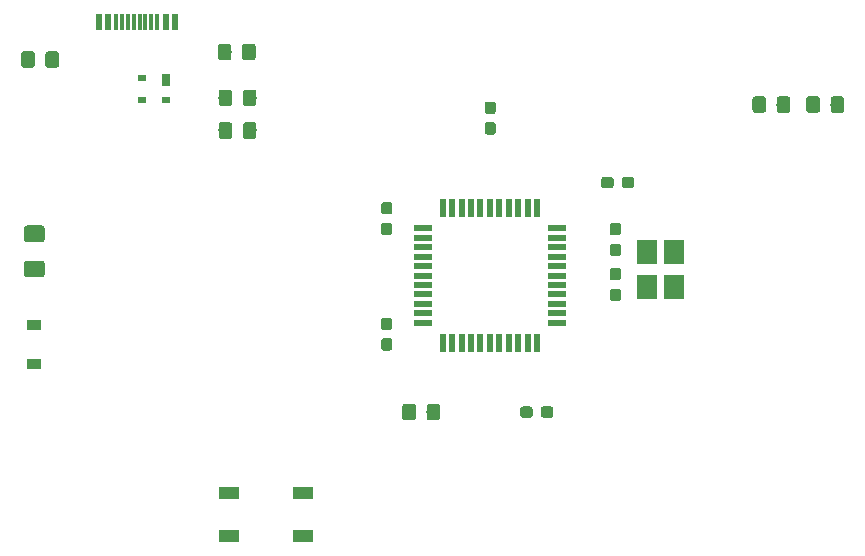
<source format=gbp>
G04 #@! TF.GenerationSoftware,KiCad,Pcbnew,(5.1.0)-1*
G04 #@! TF.CreationDate,2019-07-26T12:40:46+09:00*
G04 #@! TF.ProjectId,ChocIn60,43686f63-496e-4363-902e-6b696361645f,rev?*
G04 #@! TF.SameCoordinates,Original*
G04 #@! TF.FileFunction,Paste,Bot*
G04 #@! TF.FilePolarity,Positive*
%FSLAX46Y46*%
G04 Gerber Fmt 4.6, Leading zero omitted, Abs format (unit mm)*
G04 Created by KiCad (PCBNEW (5.1.0)-1) date 2019-07-26 12:40:46*
%MOMM*%
%LPD*%
G04 APERTURE LIST*
%ADD10R,0.550000X1.450000*%
%ADD11R,0.300000X1.450000*%
%ADD12C,0.100000*%
%ADD13C,1.150000*%
%ADD14R,1.800000X2.100000*%
%ADD15R,0.700000X1.000000*%
%ADD16R,0.700000X0.600000*%
%ADD17R,1.500000X0.550000*%
%ADD18R,0.550000X1.500000*%
%ADD19R,1.800000X1.100000*%
%ADD20C,1.425000*%
%ADD21R,1.200000X0.900000*%
%ADD22C,0.950000*%
G04 APERTURE END LIST*
D10*
X61425000Y-56495000D03*
X54975000Y-56495000D03*
X60650000Y-56495000D03*
X55750000Y-56495000D03*
D11*
X56450000Y-56495000D03*
X59950000Y-56495000D03*
X56950000Y-56495000D03*
X59450000Y-56495000D03*
X57450000Y-56495000D03*
X58950000Y-56495000D03*
X58450000Y-56495000D03*
X57950000Y-56495000D03*
D12*
G36*
X66069505Y-62229704D02*
G01*
X66093773Y-62233304D01*
X66117572Y-62239265D01*
X66140671Y-62247530D01*
X66162850Y-62258020D01*
X66183893Y-62270632D01*
X66203599Y-62285247D01*
X66221777Y-62301723D01*
X66238253Y-62319901D01*
X66252868Y-62339607D01*
X66265480Y-62360650D01*
X66275970Y-62382829D01*
X66284235Y-62405928D01*
X66290196Y-62429727D01*
X66293796Y-62453995D01*
X66295000Y-62478499D01*
X66295000Y-63378501D01*
X66293796Y-63403005D01*
X66290196Y-63427273D01*
X66284235Y-63451072D01*
X66275970Y-63474171D01*
X66265480Y-63496350D01*
X66252868Y-63517393D01*
X66238253Y-63537099D01*
X66221777Y-63555277D01*
X66203599Y-63571753D01*
X66183893Y-63586368D01*
X66162850Y-63598980D01*
X66140671Y-63609470D01*
X66117572Y-63617735D01*
X66093773Y-63623696D01*
X66069505Y-63627296D01*
X66045001Y-63628500D01*
X65394999Y-63628500D01*
X65370495Y-63627296D01*
X65346227Y-63623696D01*
X65322428Y-63617735D01*
X65299329Y-63609470D01*
X65277150Y-63598980D01*
X65256107Y-63586368D01*
X65236401Y-63571753D01*
X65218223Y-63555277D01*
X65201747Y-63537099D01*
X65187132Y-63517393D01*
X65174520Y-63496350D01*
X65164030Y-63474171D01*
X65155765Y-63451072D01*
X65149804Y-63427273D01*
X65146204Y-63403005D01*
X65145000Y-63378501D01*
X65145000Y-62478499D01*
X65146204Y-62453995D01*
X65149804Y-62429727D01*
X65155765Y-62405928D01*
X65164030Y-62382829D01*
X65174520Y-62360650D01*
X65187132Y-62339607D01*
X65201747Y-62319901D01*
X65218223Y-62301723D01*
X65236401Y-62285247D01*
X65256107Y-62270632D01*
X65277150Y-62258020D01*
X65299329Y-62247530D01*
X65322428Y-62239265D01*
X65346227Y-62233304D01*
X65370495Y-62229704D01*
X65394999Y-62228500D01*
X66045001Y-62228500D01*
X66069505Y-62229704D01*
X66069505Y-62229704D01*
G37*
D13*
X65720000Y-62928500D03*
D12*
G36*
X68119505Y-62229704D02*
G01*
X68143773Y-62233304D01*
X68167572Y-62239265D01*
X68190671Y-62247530D01*
X68212850Y-62258020D01*
X68233893Y-62270632D01*
X68253599Y-62285247D01*
X68271777Y-62301723D01*
X68288253Y-62319901D01*
X68302868Y-62339607D01*
X68315480Y-62360650D01*
X68325970Y-62382829D01*
X68334235Y-62405928D01*
X68340196Y-62429727D01*
X68343796Y-62453995D01*
X68345000Y-62478499D01*
X68345000Y-63378501D01*
X68343796Y-63403005D01*
X68340196Y-63427273D01*
X68334235Y-63451072D01*
X68325970Y-63474171D01*
X68315480Y-63496350D01*
X68302868Y-63517393D01*
X68288253Y-63537099D01*
X68271777Y-63555277D01*
X68253599Y-63571753D01*
X68233893Y-63586368D01*
X68212850Y-63598980D01*
X68190671Y-63609470D01*
X68167572Y-63617735D01*
X68143773Y-63623696D01*
X68119505Y-63627296D01*
X68095001Y-63628500D01*
X67444999Y-63628500D01*
X67420495Y-63627296D01*
X67396227Y-63623696D01*
X67372428Y-63617735D01*
X67349329Y-63609470D01*
X67327150Y-63598980D01*
X67306107Y-63586368D01*
X67286401Y-63571753D01*
X67268223Y-63555277D01*
X67251747Y-63537099D01*
X67237132Y-63517393D01*
X67224520Y-63496350D01*
X67214030Y-63474171D01*
X67205765Y-63451072D01*
X67199804Y-63427273D01*
X67196204Y-63403005D01*
X67195000Y-63378501D01*
X67195000Y-62478499D01*
X67196204Y-62453995D01*
X67199804Y-62429727D01*
X67205765Y-62405928D01*
X67214030Y-62382829D01*
X67224520Y-62360650D01*
X67237132Y-62339607D01*
X67251747Y-62319901D01*
X67268223Y-62301723D01*
X67286401Y-62285247D01*
X67306107Y-62270632D01*
X67327150Y-62258020D01*
X67349329Y-62247530D01*
X67372428Y-62239265D01*
X67396227Y-62233304D01*
X67420495Y-62229704D01*
X67444999Y-62228500D01*
X68095001Y-62228500D01*
X68119505Y-62229704D01*
X68119505Y-62229704D01*
G37*
D13*
X67770000Y-62928500D03*
D12*
G36*
X66069505Y-64993604D02*
G01*
X66093773Y-64997204D01*
X66117572Y-65003165D01*
X66140671Y-65011430D01*
X66162850Y-65021920D01*
X66183893Y-65034532D01*
X66203599Y-65049147D01*
X66221777Y-65065623D01*
X66238253Y-65083801D01*
X66252868Y-65103507D01*
X66265480Y-65124550D01*
X66275970Y-65146729D01*
X66284235Y-65169828D01*
X66290196Y-65193627D01*
X66293796Y-65217895D01*
X66295000Y-65242399D01*
X66295000Y-66142401D01*
X66293796Y-66166905D01*
X66290196Y-66191173D01*
X66284235Y-66214972D01*
X66275970Y-66238071D01*
X66265480Y-66260250D01*
X66252868Y-66281293D01*
X66238253Y-66300999D01*
X66221777Y-66319177D01*
X66203599Y-66335653D01*
X66183893Y-66350268D01*
X66162850Y-66362880D01*
X66140671Y-66373370D01*
X66117572Y-66381635D01*
X66093773Y-66387596D01*
X66069505Y-66391196D01*
X66045001Y-66392400D01*
X65394999Y-66392400D01*
X65370495Y-66391196D01*
X65346227Y-66387596D01*
X65322428Y-66381635D01*
X65299329Y-66373370D01*
X65277150Y-66362880D01*
X65256107Y-66350268D01*
X65236401Y-66335653D01*
X65218223Y-66319177D01*
X65201747Y-66300999D01*
X65187132Y-66281293D01*
X65174520Y-66260250D01*
X65164030Y-66238071D01*
X65155765Y-66214972D01*
X65149804Y-66191173D01*
X65146204Y-66166905D01*
X65145000Y-66142401D01*
X65145000Y-65242399D01*
X65146204Y-65217895D01*
X65149804Y-65193627D01*
X65155765Y-65169828D01*
X65164030Y-65146729D01*
X65174520Y-65124550D01*
X65187132Y-65103507D01*
X65201747Y-65083801D01*
X65218223Y-65065623D01*
X65236401Y-65049147D01*
X65256107Y-65034532D01*
X65277150Y-65021920D01*
X65299329Y-65011430D01*
X65322428Y-65003165D01*
X65346227Y-64997204D01*
X65370495Y-64993604D01*
X65394999Y-64992400D01*
X66045001Y-64992400D01*
X66069505Y-64993604D01*
X66069505Y-64993604D01*
G37*
D13*
X65720000Y-65692400D03*
D12*
G36*
X68119505Y-64993604D02*
G01*
X68143773Y-64997204D01*
X68167572Y-65003165D01*
X68190671Y-65011430D01*
X68212850Y-65021920D01*
X68233893Y-65034532D01*
X68253599Y-65049147D01*
X68271777Y-65065623D01*
X68288253Y-65083801D01*
X68302868Y-65103507D01*
X68315480Y-65124550D01*
X68325970Y-65146729D01*
X68334235Y-65169828D01*
X68340196Y-65193627D01*
X68343796Y-65217895D01*
X68345000Y-65242399D01*
X68345000Y-66142401D01*
X68343796Y-66166905D01*
X68340196Y-66191173D01*
X68334235Y-66214972D01*
X68325970Y-66238071D01*
X68315480Y-66260250D01*
X68302868Y-66281293D01*
X68288253Y-66300999D01*
X68271777Y-66319177D01*
X68253599Y-66335653D01*
X68233893Y-66350268D01*
X68212850Y-66362880D01*
X68190671Y-66373370D01*
X68167572Y-66381635D01*
X68143773Y-66387596D01*
X68119505Y-66391196D01*
X68095001Y-66392400D01*
X67444999Y-66392400D01*
X67420495Y-66391196D01*
X67396227Y-66387596D01*
X67372428Y-66381635D01*
X67349329Y-66373370D01*
X67327150Y-66362880D01*
X67306107Y-66350268D01*
X67286401Y-66335653D01*
X67268223Y-66319177D01*
X67251747Y-66300999D01*
X67237132Y-66281293D01*
X67224520Y-66260250D01*
X67214030Y-66238071D01*
X67205765Y-66214972D01*
X67199804Y-66191173D01*
X67196204Y-66166905D01*
X67195000Y-66142401D01*
X67195000Y-65242399D01*
X67196204Y-65217895D01*
X67199804Y-65193627D01*
X67205765Y-65169828D01*
X67214030Y-65146729D01*
X67224520Y-65124550D01*
X67237132Y-65103507D01*
X67251747Y-65083801D01*
X67268223Y-65065623D01*
X67286401Y-65049147D01*
X67306107Y-65034532D01*
X67327150Y-65021920D01*
X67349329Y-65011430D01*
X67372428Y-65003165D01*
X67396227Y-64997204D01*
X67420495Y-64993604D01*
X67444999Y-64992400D01*
X68095001Y-64992400D01*
X68119505Y-64993604D01*
X68119505Y-64993604D01*
G37*
D13*
X67770000Y-65692400D03*
D12*
G36*
X49353505Y-58991204D02*
G01*
X49377773Y-58994804D01*
X49401572Y-59000765D01*
X49424671Y-59009030D01*
X49446850Y-59019520D01*
X49467893Y-59032132D01*
X49487599Y-59046747D01*
X49505777Y-59063223D01*
X49522253Y-59081401D01*
X49536868Y-59101107D01*
X49549480Y-59122150D01*
X49559970Y-59144329D01*
X49568235Y-59167428D01*
X49574196Y-59191227D01*
X49577796Y-59215495D01*
X49579000Y-59239999D01*
X49579000Y-60140001D01*
X49577796Y-60164505D01*
X49574196Y-60188773D01*
X49568235Y-60212572D01*
X49559970Y-60235671D01*
X49549480Y-60257850D01*
X49536868Y-60278893D01*
X49522253Y-60298599D01*
X49505777Y-60316777D01*
X49487599Y-60333253D01*
X49467893Y-60347868D01*
X49446850Y-60360480D01*
X49424671Y-60370970D01*
X49401572Y-60379235D01*
X49377773Y-60385196D01*
X49353505Y-60388796D01*
X49329001Y-60390000D01*
X48678999Y-60390000D01*
X48654495Y-60388796D01*
X48630227Y-60385196D01*
X48606428Y-60379235D01*
X48583329Y-60370970D01*
X48561150Y-60360480D01*
X48540107Y-60347868D01*
X48520401Y-60333253D01*
X48502223Y-60316777D01*
X48485747Y-60298599D01*
X48471132Y-60278893D01*
X48458520Y-60257850D01*
X48448030Y-60235671D01*
X48439765Y-60212572D01*
X48433804Y-60188773D01*
X48430204Y-60164505D01*
X48429000Y-60140001D01*
X48429000Y-59239999D01*
X48430204Y-59215495D01*
X48433804Y-59191227D01*
X48439765Y-59167428D01*
X48448030Y-59144329D01*
X48458520Y-59122150D01*
X48471132Y-59101107D01*
X48485747Y-59081401D01*
X48502223Y-59063223D01*
X48520401Y-59046747D01*
X48540107Y-59032132D01*
X48561150Y-59019520D01*
X48583329Y-59009030D01*
X48606428Y-59000765D01*
X48630227Y-58994804D01*
X48654495Y-58991204D01*
X48678999Y-58990000D01*
X49329001Y-58990000D01*
X49353505Y-58991204D01*
X49353505Y-58991204D01*
G37*
D13*
X49004000Y-59690000D03*
D12*
G36*
X51403505Y-58991204D02*
G01*
X51427773Y-58994804D01*
X51451572Y-59000765D01*
X51474671Y-59009030D01*
X51496850Y-59019520D01*
X51517893Y-59032132D01*
X51537599Y-59046747D01*
X51555777Y-59063223D01*
X51572253Y-59081401D01*
X51586868Y-59101107D01*
X51599480Y-59122150D01*
X51609970Y-59144329D01*
X51618235Y-59167428D01*
X51624196Y-59191227D01*
X51627796Y-59215495D01*
X51629000Y-59239999D01*
X51629000Y-60140001D01*
X51627796Y-60164505D01*
X51624196Y-60188773D01*
X51618235Y-60212572D01*
X51609970Y-60235671D01*
X51599480Y-60257850D01*
X51586868Y-60278893D01*
X51572253Y-60298599D01*
X51555777Y-60316777D01*
X51537599Y-60333253D01*
X51517893Y-60347868D01*
X51496850Y-60360480D01*
X51474671Y-60370970D01*
X51451572Y-60379235D01*
X51427773Y-60385196D01*
X51403505Y-60388796D01*
X51379001Y-60390000D01*
X50728999Y-60390000D01*
X50704495Y-60388796D01*
X50680227Y-60385196D01*
X50656428Y-60379235D01*
X50633329Y-60370970D01*
X50611150Y-60360480D01*
X50590107Y-60347868D01*
X50570401Y-60333253D01*
X50552223Y-60316777D01*
X50535747Y-60298599D01*
X50521132Y-60278893D01*
X50508520Y-60257850D01*
X50498030Y-60235671D01*
X50489765Y-60212572D01*
X50483804Y-60188773D01*
X50480204Y-60164505D01*
X50479000Y-60140001D01*
X50479000Y-59239999D01*
X50480204Y-59215495D01*
X50483804Y-59191227D01*
X50489765Y-59167428D01*
X50498030Y-59144329D01*
X50508520Y-59122150D01*
X50521132Y-59101107D01*
X50535747Y-59081401D01*
X50552223Y-59063223D01*
X50570401Y-59046747D01*
X50590107Y-59032132D01*
X50611150Y-59019520D01*
X50633329Y-59009030D01*
X50656428Y-59000765D01*
X50680227Y-58994804D01*
X50704495Y-58991204D01*
X50728999Y-58990000D01*
X51379001Y-58990000D01*
X51403505Y-58991204D01*
X51403505Y-58991204D01*
G37*
D13*
X51054000Y-59690000D03*
D12*
G36*
X65999505Y-58356204D02*
G01*
X66023773Y-58359804D01*
X66047572Y-58365765D01*
X66070671Y-58374030D01*
X66092850Y-58384520D01*
X66113893Y-58397132D01*
X66133599Y-58411747D01*
X66151777Y-58428223D01*
X66168253Y-58446401D01*
X66182868Y-58466107D01*
X66195480Y-58487150D01*
X66205970Y-58509329D01*
X66214235Y-58532428D01*
X66220196Y-58556227D01*
X66223796Y-58580495D01*
X66225000Y-58604999D01*
X66225000Y-59505001D01*
X66223796Y-59529505D01*
X66220196Y-59553773D01*
X66214235Y-59577572D01*
X66205970Y-59600671D01*
X66195480Y-59622850D01*
X66182868Y-59643893D01*
X66168253Y-59663599D01*
X66151777Y-59681777D01*
X66133599Y-59698253D01*
X66113893Y-59712868D01*
X66092850Y-59725480D01*
X66070671Y-59735970D01*
X66047572Y-59744235D01*
X66023773Y-59750196D01*
X65999505Y-59753796D01*
X65975001Y-59755000D01*
X65324999Y-59755000D01*
X65300495Y-59753796D01*
X65276227Y-59750196D01*
X65252428Y-59744235D01*
X65229329Y-59735970D01*
X65207150Y-59725480D01*
X65186107Y-59712868D01*
X65166401Y-59698253D01*
X65148223Y-59681777D01*
X65131747Y-59663599D01*
X65117132Y-59643893D01*
X65104520Y-59622850D01*
X65094030Y-59600671D01*
X65085765Y-59577572D01*
X65079804Y-59553773D01*
X65076204Y-59529505D01*
X65075000Y-59505001D01*
X65075000Y-58604999D01*
X65076204Y-58580495D01*
X65079804Y-58556227D01*
X65085765Y-58532428D01*
X65094030Y-58509329D01*
X65104520Y-58487150D01*
X65117132Y-58466107D01*
X65131747Y-58446401D01*
X65148223Y-58428223D01*
X65166401Y-58411747D01*
X65186107Y-58397132D01*
X65207150Y-58384520D01*
X65229329Y-58374030D01*
X65252428Y-58365765D01*
X65276227Y-58359804D01*
X65300495Y-58356204D01*
X65324999Y-58355000D01*
X65975001Y-58355000D01*
X65999505Y-58356204D01*
X65999505Y-58356204D01*
G37*
D13*
X65650000Y-59055000D03*
D12*
G36*
X68049505Y-58356204D02*
G01*
X68073773Y-58359804D01*
X68097572Y-58365765D01*
X68120671Y-58374030D01*
X68142850Y-58384520D01*
X68163893Y-58397132D01*
X68183599Y-58411747D01*
X68201777Y-58428223D01*
X68218253Y-58446401D01*
X68232868Y-58466107D01*
X68245480Y-58487150D01*
X68255970Y-58509329D01*
X68264235Y-58532428D01*
X68270196Y-58556227D01*
X68273796Y-58580495D01*
X68275000Y-58604999D01*
X68275000Y-59505001D01*
X68273796Y-59529505D01*
X68270196Y-59553773D01*
X68264235Y-59577572D01*
X68255970Y-59600671D01*
X68245480Y-59622850D01*
X68232868Y-59643893D01*
X68218253Y-59663599D01*
X68201777Y-59681777D01*
X68183599Y-59698253D01*
X68163893Y-59712868D01*
X68142850Y-59725480D01*
X68120671Y-59735970D01*
X68097572Y-59744235D01*
X68073773Y-59750196D01*
X68049505Y-59753796D01*
X68025001Y-59755000D01*
X67374999Y-59755000D01*
X67350495Y-59753796D01*
X67326227Y-59750196D01*
X67302428Y-59744235D01*
X67279329Y-59735970D01*
X67257150Y-59725480D01*
X67236107Y-59712868D01*
X67216401Y-59698253D01*
X67198223Y-59681777D01*
X67181747Y-59663599D01*
X67167132Y-59643893D01*
X67154520Y-59622850D01*
X67144030Y-59600671D01*
X67135765Y-59577572D01*
X67129804Y-59553773D01*
X67126204Y-59529505D01*
X67125000Y-59505001D01*
X67125000Y-58604999D01*
X67126204Y-58580495D01*
X67129804Y-58556227D01*
X67135765Y-58532428D01*
X67144030Y-58509329D01*
X67154520Y-58487150D01*
X67167132Y-58466107D01*
X67181747Y-58446401D01*
X67198223Y-58428223D01*
X67216401Y-58411747D01*
X67236107Y-58397132D01*
X67257150Y-58384520D01*
X67279329Y-58374030D01*
X67302428Y-58365765D01*
X67326227Y-58359804D01*
X67350495Y-58356204D01*
X67374999Y-58355000D01*
X68025001Y-58355000D01*
X68049505Y-58356204D01*
X68049505Y-58356204D01*
G37*
D13*
X67700000Y-59055000D03*
D14*
X103702500Y-78920000D03*
X103702500Y-76020000D03*
X101402500Y-76020000D03*
X101402500Y-78920000D03*
D15*
X60674800Y-61420000D03*
D16*
X58674800Y-61220000D03*
X60674800Y-63120000D03*
X58674800Y-63120000D03*
D17*
X82412600Y-73978000D03*
X82412600Y-74778000D03*
X82412600Y-75578000D03*
X82412600Y-76378000D03*
X82412600Y-77178000D03*
X82412600Y-77978000D03*
X82412600Y-78778000D03*
X82412600Y-79578000D03*
X82412600Y-80378000D03*
X82412600Y-81178000D03*
X82412600Y-81978000D03*
D18*
X84112600Y-83678000D03*
X84912600Y-83678000D03*
X85712600Y-83678000D03*
X86512600Y-83678000D03*
X87312600Y-83678000D03*
X88112600Y-83678000D03*
X88912600Y-83678000D03*
X89712600Y-83678000D03*
X90512600Y-83678000D03*
X91312600Y-83678000D03*
X92112600Y-83678000D03*
D17*
X93812600Y-81978000D03*
X93812600Y-81178000D03*
X93812600Y-80378000D03*
X93812600Y-79578000D03*
X93812600Y-78778000D03*
X93812600Y-77978000D03*
X93812600Y-77178000D03*
X93812600Y-76378000D03*
X93812600Y-75578000D03*
X93812600Y-74778000D03*
X93812600Y-73978000D03*
D18*
X92112600Y-72278000D03*
X91312600Y-72278000D03*
X90512600Y-72278000D03*
X89712600Y-72278000D03*
X88912600Y-72278000D03*
X88112600Y-72278000D03*
X87312600Y-72278000D03*
X86512600Y-72278000D03*
X85712600Y-72278000D03*
X84912600Y-72278000D03*
X84112600Y-72278000D03*
D19*
X66050000Y-96350000D03*
X72250000Y-100050000D03*
X66050000Y-100050000D03*
X72250000Y-96350000D03*
D12*
G36*
X117880505Y-62801204D02*
G01*
X117904773Y-62804804D01*
X117928572Y-62810765D01*
X117951671Y-62819030D01*
X117973850Y-62829520D01*
X117994893Y-62842132D01*
X118014599Y-62856747D01*
X118032777Y-62873223D01*
X118049253Y-62891401D01*
X118063868Y-62911107D01*
X118076480Y-62932150D01*
X118086970Y-62954329D01*
X118095235Y-62977428D01*
X118101196Y-63001227D01*
X118104796Y-63025495D01*
X118106000Y-63049999D01*
X118106000Y-63950001D01*
X118104796Y-63974505D01*
X118101196Y-63998773D01*
X118095235Y-64022572D01*
X118086970Y-64045671D01*
X118076480Y-64067850D01*
X118063868Y-64088893D01*
X118049253Y-64108599D01*
X118032777Y-64126777D01*
X118014599Y-64143253D01*
X117994893Y-64157868D01*
X117973850Y-64170480D01*
X117951671Y-64180970D01*
X117928572Y-64189235D01*
X117904773Y-64195196D01*
X117880505Y-64198796D01*
X117856001Y-64200000D01*
X117205999Y-64200000D01*
X117181495Y-64198796D01*
X117157227Y-64195196D01*
X117133428Y-64189235D01*
X117110329Y-64180970D01*
X117088150Y-64170480D01*
X117067107Y-64157868D01*
X117047401Y-64143253D01*
X117029223Y-64126777D01*
X117012747Y-64108599D01*
X116998132Y-64088893D01*
X116985520Y-64067850D01*
X116975030Y-64045671D01*
X116966765Y-64022572D01*
X116960804Y-63998773D01*
X116957204Y-63974505D01*
X116956000Y-63950001D01*
X116956000Y-63049999D01*
X116957204Y-63025495D01*
X116960804Y-63001227D01*
X116966765Y-62977428D01*
X116975030Y-62954329D01*
X116985520Y-62932150D01*
X116998132Y-62911107D01*
X117012747Y-62891401D01*
X117029223Y-62873223D01*
X117047401Y-62856747D01*
X117067107Y-62842132D01*
X117088150Y-62829520D01*
X117110329Y-62819030D01*
X117133428Y-62810765D01*
X117157227Y-62804804D01*
X117181495Y-62801204D01*
X117205999Y-62800000D01*
X117856001Y-62800000D01*
X117880505Y-62801204D01*
X117880505Y-62801204D01*
G37*
D13*
X117531000Y-63500000D03*
D12*
G36*
X115830505Y-62801204D02*
G01*
X115854773Y-62804804D01*
X115878572Y-62810765D01*
X115901671Y-62819030D01*
X115923850Y-62829520D01*
X115944893Y-62842132D01*
X115964599Y-62856747D01*
X115982777Y-62873223D01*
X115999253Y-62891401D01*
X116013868Y-62911107D01*
X116026480Y-62932150D01*
X116036970Y-62954329D01*
X116045235Y-62977428D01*
X116051196Y-63001227D01*
X116054796Y-63025495D01*
X116056000Y-63049999D01*
X116056000Y-63950001D01*
X116054796Y-63974505D01*
X116051196Y-63998773D01*
X116045235Y-64022572D01*
X116036970Y-64045671D01*
X116026480Y-64067850D01*
X116013868Y-64088893D01*
X115999253Y-64108599D01*
X115982777Y-64126777D01*
X115964599Y-64143253D01*
X115944893Y-64157868D01*
X115923850Y-64170480D01*
X115901671Y-64180970D01*
X115878572Y-64189235D01*
X115854773Y-64195196D01*
X115830505Y-64198796D01*
X115806001Y-64200000D01*
X115155999Y-64200000D01*
X115131495Y-64198796D01*
X115107227Y-64195196D01*
X115083428Y-64189235D01*
X115060329Y-64180970D01*
X115038150Y-64170480D01*
X115017107Y-64157868D01*
X114997401Y-64143253D01*
X114979223Y-64126777D01*
X114962747Y-64108599D01*
X114948132Y-64088893D01*
X114935520Y-64067850D01*
X114925030Y-64045671D01*
X114916765Y-64022572D01*
X114910804Y-63998773D01*
X114907204Y-63974505D01*
X114906000Y-63950001D01*
X114906000Y-63049999D01*
X114907204Y-63025495D01*
X114910804Y-63001227D01*
X114916765Y-62977428D01*
X114925030Y-62954329D01*
X114935520Y-62932150D01*
X114948132Y-62911107D01*
X114962747Y-62891401D01*
X114979223Y-62873223D01*
X114997401Y-62856747D01*
X115017107Y-62842132D01*
X115038150Y-62829520D01*
X115060329Y-62819030D01*
X115083428Y-62810765D01*
X115107227Y-62804804D01*
X115131495Y-62801204D01*
X115155999Y-62800000D01*
X115806001Y-62800000D01*
X115830505Y-62801204D01*
X115830505Y-62801204D01*
G37*
D13*
X115481000Y-63500000D03*
D12*
G36*
X113317505Y-62801204D02*
G01*
X113341773Y-62804804D01*
X113365572Y-62810765D01*
X113388671Y-62819030D01*
X113410850Y-62829520D01*
X113431893Y-62842132D01*
X113451599Y-62856747D01*
X113469777Y-62873223D01*
X113486253Y-62891401D01*
X113500868Y-62911107D01*
X113513480Y-62932150D01*
X113523970Y-62954329D01*
X113532235Y-62977428D01*
X113538196Y-63001227D01*
X113541796Y-63025495D01*
X113543000Y-63049999D01*
X113543000Y-63950001D01*
X113541796Y-63974505D01*
X113538196Y-63998773D01*
X113532235Y-64022572D01*
X113523970Y-64045671D01*
X113513480Y-64067850D01*
X113500868Y-64088893D01*
X113486253Y-64108599D01*
X113469777Y-64126777D01*
X113451599Y-64143253D01*
X113431893Y-64157868D01*
X113410850Y-64170480D01*
X113388671Y-64180970D01*
X113365572Y-64189235D01*
X113341773Y-64195196D01*
X113317505Y-64198796D01*
X113293001Y-64200000D01*
X112642999Y-64200000D01*
X112618495Y-64198796D01*
X112594227Y-64195196D01*
X112570428Y-64189235D01*
X112547329Y-64180970D01*
X112525150Y-64170480D01*
X112504107Y-64157868D01*
X112484401Y-64143253D01*
X112466223Y-64126777D01*
X112449747Y-64108599D01*
X112435132Y-64088893D01*
X112422520Y-64067850D01*
X112412030Y-64045671D01*
X112403765Y-64022572D01*
X112397804Y-63998773D01*
X112394204Y-63974505D01*
X112393000Y-63950001D01*
X112393000Y-63049999D01*
X112394204Y-63025495D01*
X112397804Y-63001227D01*
X112403765Y-62977428D01*
X112412030Y-62954329D01*
X112422520Y-62932150D01*
X112435132Y-62911107D01*
X112449747Y-62891401D01*
X112466223Y-62873223D01*
X112484401Y-62856747D01*
X112504107Y-62842132D01*
X112525150Y-62829520D01*
X112547329Y-62819030D01*
X112570428Y-62810765D01*
X112594227Y-62804804D01*
X112618495Y-62801204D01*
X112642999Y-62800000D01*
X113293001Y-62800000D01*
X113317505Y-62801204D01*
X113317505Y-62801204D01*
G37*
D13*
X112968000Y-63500000D03*
D12*
G36*
X111267505Y-62801204D02*
G01*
X111291773Y-62804804D01*
X111315572Y-62810765D01*
X111338671Y-62819030D01*
X111360850Y-62829520D01*
X111381893Y-62842132D01*
X111401599Y-62856747D01*
X111419777Y-62873223D01*
X111436253Y-62891401D01*
X111450868Y-62911107D01*
X111463480Y-62932150D01*
X111473970Y-62954329D01*
X111482235Y-62977428D01*
X111488196Y-63001227D01*
X111491796Y-63025495D01*
X111493000Y-63049999D01*
X111493000Y-63950001D01*
X111491796Y-63974505D01*
X111488196Y-63998773D01*
X111482235Y-64022572D01*
X111473970Y-64045671D01*
X111463480Y-64067850D01*
X111450868Y-64088893D01*
X111436253Y-64108599D01*
X111419777Y-64126777D01*
X111401599Y-64143253D01*
X111381893Y-64157868D01*
X111360850Y-64170480D01*
X111338671Y-64180970D01*
X111315572Y-64189235D01*
X111291773Y-64195196D01*
X111267505Y-64198796D01*
X111243001Y-64200000D01*
X110592999Y-64200000D01*
X110568495Y-64198796D01*
X110544227Y-64195196D01*
X110520428Y-64189235D01*
X110497329Y-64180970D01*
X110475150Y-64170480D01*
X110454107Y-64157868D01*
X110434401Y-64143253D01*
X110416223Y-64126777D01*
X110399747Y-64108599D01*
X110385132Y-64088893D01*
X110372520Y-64067850D01*
X110362030Y-64045671D01*
X110353765Y-64022572D01*
X110347804Y-63998773D01*
X110344204Y-63974505D01*
X110343000Y-63950001D01*
X110343000Y-63049999D01*
X110344204Y-63025495D01*
X110347804Y-63001227D01*
X110353765Y-62977428D01*
X110362030Y-62954329D01*
X110372520Y-62932150D01*
X110385132Y-62911107D01*
X110399747Y-62891401D01*
X110416223Y-62873223D01*
X110434401Y-62856747D01*
X110454107Y-62842132D01*
X110475150Y-62829520D01*
X110497329Y-62819030D01*
X110520428Y-62810765D01*
X110544227Y-62804804D01*
X110568495Y-62801204D01*
X110592999Y-62800000D01*
X111243001Y-62800000D01*
X111267505Y-62801204D01*
X111267505Y-62801204D01*
G37*
D13*
X110918000Y-63500000D03*
D12*
G36*
X83670505Y-88836204D02*
G01*
X83694773Y-88839804D01*
X83718572Y-88845765D01*
X83741671Y-88854030D01*
X83763850Y-88864520D01*
X83784893Y-88877132D01*
X83804599Y-88891747D01*
X83822777Y-88908223D01*
X83839253Y-88926401D01*
X83853868Y-88946107D01*
X83866480Y-88967150D01*
X83876970Y-88989329D01*
X83885235Y-89012428D01*
X83891196Y-89036227D01*
X83894796Y-89060495D01*
X83896000Y-89084999D01*
X83896000Y-89985001D01*
X83894796Y-90009505D01*
X83891196Y-90033773D01*
X83885235Y-90057572D01*
X83876970Y-90080671D01*
X83866480Y-90102850D01*
X83853868Y-90123893D01*
X83839253Y-90143599D01*
X83822777Y-90161777D01*
X83804599Y-90178253D01*
X83784893Y-90192868D01*
X83763850Y-90205480D01*
X83741671Y-90215970D01*
X83718572Y-90224235D01*
X83694773Y-90230196D01*
X83670505Y-90233796D01*
X83646001Y-90235000D01*
X82995999Y-90235000D01*
X82971495Y-90233796D01*
X82947227Y-90230196D01*
X82923428Y-90224235D01*
X82900329Y-90215970D01*
X82878150Y-90205480D01*
X82857107Y-90192868D01*
X82837401Y-90178253D01*
X82819223Y-90161777D01*
X82802747Y-90143599D01*
X82788132Y-90123893D01*
X82775520Y-90102850D01*
X82765030Y-90080671D01*
X82756765Y-90057572D01*
X82750804Y-90033773D01*
X82747204Y-90009505D01*
X82746000Y-89985001D01*
X82746000Y-89084999D01*
X82747204Y-89060495D01*
X82750804Y-89036227D01*
X82756765Y-89012428D01*
X82765030Y-88989329D01*
X82775520Y-88967150D01*
X82788132Y-88946107D01*
X82802747Y-88926401D01*
X82819223Y-88908223D01*
X82837401Y-88891747D01*
X82857107Y-88877132D01*
X82878150Y-88864520D01*
X82900329Y-88854030D01*
X82923428Y-88845765D01*
X82947227Y-88839804D01*
X82971495Y-88836204D01*
X82995999Y-88835000D01*
X83646001Y-88835000D01*
X83670505Y-88836204D01*
X83670505Y-88836204D01*
G37*
D13*
X83321000Y-89535000D03*
D12*
G36*
X81620505Y-88836204D02*
G01*
X81644773Y-88839804D01*
X81668572Y-88845765D01*
X81691671Y-88854030D01*
X81713850Y-88864520D01*
X81734893Y-88877132D01*
X81754599Y-88891747D01*
X81772777Y-88908223D01*
X81789253Y-88926401D01*
X81803868Y-88946107D01*
X81816480Y-88967150D01*
X81826970Y-88989329D01*
X81835235Y-89012428D01*
X81841196Y-89036227D01*
X81844796Y-89060495D01*
X81846000Y-89084999D01*
X81846000Y-89985001D01*
X81844796Y-90009505D01*
X81841196Y-90033773D01*
X81835235Y-90057572D01*
X81826970Y-90080671D01*
X81816480Y-90102850D01*
X81803868Y-90123893D01*
X81789253Y-90143599D01*
X81772777Y-90161777D01*
X81754599Y-90178253D01*
X81734893Y-90192868D01*
X81713850Y-90205480D01*
X81691671Y-90215970D01*
X81668572Y-90224235D01*
X81644773Y-90230196D01*
X81620505Y-90233796D01*
X81596001Y-90235000D01*
X80945999Y-90235000D01*
X80921495Y-90233796D01*
X80897227Y-90230196D01*
X80873428Y-90224235D01*
X80850329Y-90215970D01*
X80828150Y-90205480D01*
X80807107Y-90192868D01*
X80787401Y-90178253D01*
X80769223Y-90161777D01*
X80752747Y-90143599D01*
X80738132Y-90123893D01*
X80725520Y-90102850D01*
X80715030Y-90080671D01*
X80706765Y-90057572D01*
X80700804Y-90033773D01*
X80697204Y-90009505D01*
X80696000Y-89985001D01*
X80696000Y-89084999D01*
X80697204Y-89060495D01*
X80700804Y-89036227D01*
X80706765Y-89012428D01*
X80715030Y-88989329D01*
X80725520Y-88967150D01*
X80738132Y-88946107D01*
X80752747Y-88926401D01*
X80769223Y-88908223D01*
X80787401Y-88891747D01*
X80807107Y-88877132D01*
X80828150Y-88864520D01*
X80850329Y-88854030D01*
X80873428Y-88845765D01*
X80897227Y-88839804D01*
X80921495Y-88836204D01*
X80945999Y-88835000D01*
X81596001Y-88835000D01*
X81620505Y-88836204D01*
X81620505Y-88836204D01*
G37*
D13*
X81271000Y-89535000D03*
D12*
G36*
X50179504Y-73736104D02*
G01*
X50203773Y-73739704D01*
X50227571Y-73745665D01*
X50250671Y-73753930D01*
X50272849Y-73764420D01*
X50293893Y-73777033D01*
X50313598Y-73791647D01*
X50331777Y-73808123D01*
X50348253Y-73826302D01*
X50362867Y-73846007D01*
X50375480Y-73867051D01*
X50385970Y-73889229D01*
X50394235Y-73912329D01*
X50400196Y-73936127D01*
X50403796Y-73960396D01*
X50405000Y-73984900D01*
X50405000Y-74909900D01*
X50403796Y-74934404D01*
X50400196Y-74958673D01*
X50394235Y-74982471D01*
X50385970Y-75005571D01*
X50375480Y-75027749D01*
X50362867Y-75048793D01*
X50348253Y-75068498D01*
X50331777Y-75086677D01*
X50313598Y-75103153D01*
X50293893Y-75117767D01*
X50272849Y-75130380D01*
X50250671Y-75140870D01*
X50227571Y-75149135D01*
X50203773Y-75155096D01*
X50179504Y-75158696D01*
X50155000Y-75159900D01*
X48905000Y-75159900D01*
X48880496Y-75158696D01*
X48856227Y-75155096D01*
X48832429Y-75149135D01*
X48809329Y-75140870D01*
X48787151Y-75130380D01*
X48766107Y-75117767D01*
X48746402Y-75103153D01*
X48728223Y-75086677D01*
X48711747Y-75068498D01*
X48697133Y-75048793D01*
X48684520Y-75027749D01*
X48674030Y-75005571D01*
X48665765Y-74982471D01*
X48659804Y-74958673D01*
X48656204Y-74934404D01*
X48655000Y-74909900D01*
X48655000Y-73984900D01*
X48656204Y-73960396D01*
X48659804Y-73936127D01*
X48665765Y-73912329D01*
X48674030Y-73889229D01*
X48684520Y-73867051D01*
X48697133Y-73846007D01*
X48711747Y-73826302D01*
X48728223Y-73808123D01*
X48746402Y-73791647D01*
X48766107Y-73777033D01*
X48787151Y-73764420D01*
X48809329Y-73753930D01*
X48832429Y-73745665D01*
X48856227Y-73739704D01*
X48880496Y-73736104D01*
X48905000Y-73734900D01*
X50155000Y-73734900D01*
X50179504Y-73736104D01*
X50179504Y-73736104D01*
G37*
D20*
X49530000Y-74447400D03*
D12*
G36*
X50179504Y-76711104D02*
G01*
X50203773Y-76714704D01*
X50227571Y-76720665D01*
X50250671Y-76728930D01*
X50272849Y-76739420D01*
X50293893Y-76752033D01*
X50313598Y-76766647D01*
X50331777Y-76783123D01*
X50348253Y-76801302D01*
X50362867Y-76821007D01*
X50375480Y-76842051D01*
X50385970Y-76864229D01*
X50394235Y-76887329D01*
X50400196Y-76911127D01*
X50403796Y-76935396D01*
X50405000Y-76959900D01*
X50405000Y-77884900D01*
X50403796Y-77909404D01*
X50400196Y-77933673D01*
X50394235Y-77957471D01*
X50385970Y-77980571D01*
X50375480Y-78002749D01*
X50362867Y-78023793D01*
X50348253Y-78043498D01*
X50331777Y-78061677D01*
X50313598Y-78078153D01*
X50293893Y-78092767D01*
X50272849Y-78105380D01*
X50250671Y-78115870D01*
X50227571Y-78124135D01*
X50203773Y-78130096D01*
X50179504Y-78133696D01*
X50155000Y-78134900D01*
X48905000Y-78134900D01*
X48880496Y-78133696D01*
X48856227Y-78130096D01*
X48832429Y-78124135D01*
X48809329Y-78115870D01*
X48787151Y-78105380D01*
X48766107Y-78092767D01*
X48746402Y-78078153D01*
X48728223Y-78061677D01*
X48711747Y-78043498D01*
X48697133Y-78023793D01*
X48684520Y-78002749D01*
X48674030Y-77980571D01*
X48665765Y-77957471D01*
X48659804Y-77933673D01*
X48656204Y-77909404D01*
X48655000Y-77884900D01*
X48655000Y-76959900D01*
X48656204Y-76935396D01*
X48659804Y-76911127D01*
X48665765Y-76887329D01*
X48674030Y-76864229D01*
X48684520Y-76842051D01*
X48697133Y-76821007D01*
X48711747Y-76801302D01*
X48728223Y-76783123D01*
X48746402Y-76766647D01*
X48766107Y-76752033D01*
X48787151Y-76739420D01*
X48809329Y-76728930D01*
X48832429Y-76720665D01*
X48856227Y-76714704D01*
X48880496Y-76711104D01*
X48905000Y-76709900D01*
X50155000Y-76709900D01*
X50179504Y-76711104D01*
X50179504Y-76711104D01*
G37*
D20*
X49530000Y-77422400D03*
D21*
X49530000Y-82170000D03*
X49530000Y-85470000D03*
D12*
G36*
X79635779Y-71753144D02*
G01*
X79658834Y-71756563D01*
X79681443Y-71762227D01*
X79703387Y-71770079D01*
X79724457Y-71780044D01*
X79744448Y-71792026D01*
X79763168Y-71805910D01*
X79780438Y-71821562D01*
X79796090Y-71838832D01*
X79809974Y-71857552D01*
X79821956Y-71877543D01*
X79831921Y-71898613D01*
X79839773Y-71920557D01*
X79845437Y-71943166D01*
X79848856Y-71966221D01*
X79850000Y-71989500D01*
X79850000Y-72564500D01*
X79848856Y-72587779D01*
X79845437Y-72610834D01*
X79839773Y-72633443D01*
X79831921Y-72655387D01*
X79821956Y-72676457D01*
X79809974Y-72696448D01*
X79796090Y-72715168D01*
X79780438Y-72732438D01*
X79763168Y-72748090D01*
X79744448Y-72761974D01*
X79724457Y-72773956D01*
X79703387Y-72783921D01*
X79681443Y-72791773D01*
X79658834Y-72797437D01*
X79635779Y-72800856D01*
X79612500Y-72802000D01*
X79137500Y-72802000D01*
X79114221Y-72800856D01*
X79091166Y-72797437D01*
X79068557Y-72791773D01*
X79046613Y-72783921D01*
X79025543Y-72773956D01*
X79005552Y-72761974D01*
X78986832Y-72748090D01*
X78969562Y-72732438D01*
X78953910Y-72715168D01*
X78940026Y-72696448D01*
X78928044Y-72676457D01*
X78918079Y-72655387D01*
X78910227Y-72633443D01*
X78904563Y-72610834D01*
X78901144Y-72587779D01*
X78900000Y-72564500D01*
X78900000Y-71989500D01*
X78901144Y-71966221D01*
X78904563Y-71943166D01*
X78910227Y-71920557D01*
X78918079Y-71898613D01*
X78928044Y-71877543D01*
X78940026Y-71857552D01*
X78953910Y-71838832D01*
X78969562Y-71821562D01*
X78986832Y-71805910D01*
X79005552Y-71792026D01*
X79025543Y-71780044D01*
X79046613Y-71770079D01*
X79068557Y-71762227D01*
X79091166Y-71756563D01*
X79114221Y-71753144D01*
X79137500Y-71752000D01*
X79612500Y-71752000D01*
X79635779Y-71753144D01*
X79635779Y-71753144D01*
G37*
D22*
X79375000Y-72277000D03*
D12*
G36*
X79635779Y-73503144D02*
G01*
X79658834Y-73506563D01*
X79681443Y-73512227D01*
X79703387Y-73520079D01*
X79724457Y-73530044D01*
X79744448Y-73542026D01*
X79763168Y-73555910D01*
X79780438Y-73571562D01*
X79796090Y-73588832D01*
X79809974Y-73607552D01*
X79821956Y-73627543D01*
X79831921Y-73648613D01*
X79839773Y-73670557D01*
X79845437Y-73693166D01*
X79848856Y-73716221D01*
X79850000Y-73739500D01*
X79850000Y-74314500D01*
X79848856Y-74337779D01*
X79845437Y-74360834D01*
X79839773Y-74383443D01*
X79831921Y-74405387D01*
X79821956Y-74426457D01*
X79809974Y-74446448D01*
X79796090Y-74465168D01*
X79780438Y-74482438D01*
X79763168Y-74498090D01*
X79744448Y-74511974D01*
X79724457Y-74523956D01*
X79703387Y-74533921D01*
X79681443Y-74541773D01*
X79658834Y-74547437D01*
X79635779Y-74550856D01*
X79612500Y-74552000D01*
X79137500Y-74552000D01*
X79114221Y-74550856D01*
X79091166Y-74547437D01*
X79068557Y-74541773D01*
X79046613Y-74533921D01*
X79025543Y-74523956D01*
X79005552Y-74511974D01*
X78986832Y-74498090D01*
X78969562Y-74482438D01*
X78953910Y-74465168D01*
X78940026Y-74446448D01*
X78928044Y-74426457D01*
X78918079Y-74405387D01*
X78910227Y-74383443D01*
X78904563Y-74360834D01*
X78901144Y-74337779D01*
X78900000Y-74314500D01*
X78900000Y-73739500D01*
X78901144Y-73716221D01*
X78904563Y-73693166D01*
X78910227Y-73670557D01*
X78918079Y-73648613D01*
X78928044Y-73627543D01*
X78940026Y-73607552D01*
X78953910Y-73588832D01*
X78969562Y-73571562D01*
X78986832Y-73555910D01*
X79005552Y-73542026D01*
X79025543Y-73530044D01*
X79046613Y-73520079D01*
X79068557Y-73512227D01*
X79091166Y-73506563D01*
X79114221Y-73503144D01*
X79137500Y-73502000D01*
X79612500Y-73502000D01*
X79635779Y-73503144D01*
X79635779Y-73503144D01*
G37*
D22*
X79375000Y-74027000D03*
D12*
G36*
X93260779Y-89061144D02*
G01*
X93283834Y-89064563D01*
X93306443Y-89070227D01*
X93328387Y-89078079D01*
X93349457Y-89088044D01*
X93369448Y-89100026D01*
X93388168Y-89113910D01*
X93405438Y-89129562D01*
X93421090Y-89146832D01*
X93434974Y-89165552D01*
X93446956Y-89185543D01*
X93456921Y-89206613D01*
X93464773Y-89228557D01*
X93470437Y-89251166D01*
X93473856Y-89274221D01*
X93475000Y-89297500D01*
X93475000Y-89772500D01*
X93473856Y-89795779D01*
X93470437Y-89818834D01*
X93464773Y-89841443D01*
X93456921Y-89863387D01*
X93446956Y-89884457D01*
X93434974Y-89904448D01*
X93421090Y-89923168D01*
X93405438Y-89940438D01*
X93388168Y-89956090D01*
X93369448Y-89969974D01*
X93349457Y-89981956D01*
X93328387Y-89991921D01*
X93306443Y-89999773D01*
X93283834Y-90005437D01*
X93260779Y-90008856D01*
X93237500Y-90010000D01*
X92662500Y-90010000D01*
X92639221Y-90008856D01*
X92616166Y-90005437D01*
X92593557Y-89999773D01*
X92571613Y-89991921D01*
X92550543Y-89981956D01*
X92530552Y-89969974D01*
X92511832Y-89956090D01*
X92494562Y-89940438D01*
X92478910Y-89923168D01*
X92465026Y-89904448D01*
X92453044Y-89884457D01*
X92443079Y-89863387D01*
X92435227Y-89841443D01*
X92429563Y-89818834D01*
X92426144Y-89795779D01*
X92425000Y-89772500D01*
X92425000Y-89297500D01*
X92426144Y-89274221D01*
X92429563Y-89251166D01*
X92435227Y-89228557D01*
X92443079Y-89206613D01*
X92453044Y-89185543D01*
X92465026Y-89165552D01*
X92478910Y-89146832D01*
X92494562Y-89129562D01*
X92511832Y-89113910D01*
X92530552Y-89100026D01*
X92550543Y-89088044D01*
X92571613Y-89078079D01*
X92593557Y-89070227D01*
X92616166Y-89064563D01*
X92639221Y-89061144D01*
X92662500Y-89060000D01*
X93237500Y-89060000D01*
X93260779Y-89061144D01*
X93260779Y-89061144D01*
G37*
D22*
X92950000Y-89535000D03*
D12*
G36*
X91510779Y-89061144D02*
G01*
X91533834Y-89064563D01*
X91556443Y-89070227D01*
X91578387Y-89078079D01*
X91599457Y-89088044D01*
X91619448Y-89100026D01*
X91638168Y-89113910D01*
X91655438Y-89129562D01*
X91671090Y-89146832D01*
X91684974Y-89165552D01*
X91696956Y-89185543D01*
X91706921Y-89206613D01*
X91714773Y-89228557D01*
X91720437Y-89251166D01*
X91723856Y-89274221D01*
X91725000Y-89297500D01*
X91725000Y-89772500D01*
X91723856Y-89795779D01*
X91720437Y-89818834D01*
X91714773Y-89841443D01*
X91706921Y-89863387D01*
X91696956Y-89884457D01*
X91684974Y-89904448D01*
X91671090Y-89923168D01*
X91655438Y-89940438D01*
X91638168Y-89956090D01*
X91619448Y-89969974D01*
X91599457Y-89981956D01*
X91578387Y-89991921D01*
X91556443Y-89999773D01*
X91533834Y-90005437D01*
X91510779Y-90008856D01*
X91487500Y-90010000D01*
X90912500Y-90010000D01*
X90889221Y-90008856D01*
X90866166Y-90005437D01*
X90843557Y-89999773D01*
X90821613Y-89991921D01*
X90800543Y-89981956D01*
X90780552Y-89969974D01*
X90761832Y-89956090D01*
X90744562Y-89940438D01*
X90728910Y-89923168D01*
X90715026Y-89904448D01*
X90703044Y-89884457D01*
X90693079Y-89863387D01*
X90685227Y-89841443D01*
X90679563Y-89818834D01*
X90676144Y-89795779D01*
X90675000Y-89772500D01*
X90675000Y-89297500D01*
X90676144Y-89274221D01*
X90679563Y-89251166D01*
X90685227Y-89228557D01*
X90693079Y-89206613D01*
X90703044Y-89185543D01*
X90715026Y-89165552D01*
X90728910Y-89146832D01*
X90744562Y-89129562D01*
X90761832Y-89113910D01*
X90780552Y-89100026D01*
X90800543Y-89088044D01*
X90821613Y-89078079D01*
X90843557Y-89070227D01*
X90866166Y-89064563D01*
X90889221Y-89061144D01*
X90912500Y-89060000D01*
X91487500Y-89060000D01*
X91510779Y-89061144D01*
X91510779Y-89061144D01*
G37*
D22*
X91200000Y-89535000D03*
D12*
G36*
X79635779Y-81532144D02*
G01*
X79658834Y-81535563D01*
X79681443Y-81541227D01*
X79703387Y-81549079D01*
X79724457Y-81559044D01*
X79744448Y-81571026D01*
X79763168Y-81584910D01*
X79780438Y-81600562D01*
X79796090Y-81617832D01*
X79809974Y-81636552D01*
X79821956Y-81656543D01*
X79831921Y-81677613D01*
X79839773Y-81699557D01*
X79845437Y-81722166D01*
X79848856Y-81745221D01*
X79850000Y-81768500D01*
X79850000Y-82343500D01*
X79848856Y-82366779D01*
X79845437Y-82389834D01*
X79839773Y-82412443D01*
X79831921Y-82434387D01*
X79821956Y-82455457D01*
X79809974Y-82475448D01*
X79796090Y-82494168D01*
X79780438Y-82511438D01*
X79763168Y-82527090D01*
X79744448Y-82540974D01*
X79724457Y-82552956D01*
X79703387Y-82562921D01*
X79681443Y-82570773D01*
X79658834Y-82576437D01*
X79635779Y-82579856D01*
X79612500Y-82581000D01*
X79137500Y-82581000D01*
X79114221Y-82579856D01*
X79091166Y-82576437D01*
X79068557Y-82570773D01*
X79046613Y-82562921D01*
X79025543Y-82552956D01*
X79005552Y-82540974D01*
X78986832Y-82527090D01*
X78969562Y-82511438D01*
X78953910Y-82494168D01*
X78940026Y-82475448D01*
X78928044Y-82455457D01*
X78918079Y-82434387D01*
X78910227Y-82412443D01*
X78904563Y-82389834D01*
X78901144Y-82366779D01*
X78900000Y-82343500D01*
X78900000Y-81768500D01*
X78901144Y-81745221D01*
X78904563Y-81722166D01*
X78910227Y-81699557D01*
X78918079Y-81677613D01*
X78928044Y-81656543D01*
X78940026Y-81636552D01*
X78953910Y-81617832D01*
X78969562Y-81600562D01*
X78986832Y-81584910D01*
X79005552Y-81571026D01*
X79025543Y-81559044D01*
X79046613Y-81549079D01*
X79068557Y-81541227D01*
X79091166Y-81535563D01*
X79114221Y-81532144D01*
X79137500Y-81531000D01*
X79612500Y-81531000D01*
X79635779Y-81532144D01*
X79635779Y-81532144D01*
G37*
D22*
X79375000Y-82056000D03*
D12*
G36*
X79635779Y-83282144D02*
G01*
X79658834Y-83285563D01*
X79681443Y-83291227D01*
X79703387Y-83299079D01*
X79724457Y-83309044D01*
X79744448Y-83321026D01*
X79763168Y-83334910D01*
X79780438Y-83350562D01*
X79796090Y-83367832D01*
X79809974Y-83386552D01*
X79821956Y-83406543D01*
X79831921Y-83427613D01*
X79839773Y-83449557D01*
X79845437Y-83472166D01*
X79848856Y-83495221D01*
X79850000Y-83518500D01*
X79850000Y-84093500D01*
X79848856Y-84116779D01*
X79845437Y-84139834D01*
X79839773Y-84162443D01*
X79831921Y-84184387D01*
X79821956Y-84205457D01*
X79809974Y-84225448D01*
X79796090Y-84244168D01*
X79780438Y-84261438D01*
X79763168Y-84277090D01*
X79744448Y-84290974D01*
X79724457Y-84302956D01*
X79703387Y-84312921D01*
X79681443Y-84320773D01*
X79658834Y-84326437D01*
X79635779Y-84329856D01*
X79612500Y-84331000D01*
X79137500Y-84331000D01*
X79114221Y-84329856D01*
X79091166Y-84326437D01*
X79068557Y-84320773D01*
X79046613Y-84312921D01*
X79025543Y-84302956D01*
X79005552Y-84290974D01*
X78986832Y-84277090D01*
X78969562Y-84261438D01*
X78953910Y-84244168D01*
X78940026Y-84225448D01*
X78928044Y-84205457D01*
X78918079Y-84184387D01*
X78910227Y-84162443D01*
X78904563Y-84139834D01*
X78901144Y-84116779D01*
X78900000Y-84093500D01*
X78900000Y-83518500D01*
X78901144Y-83495221D01*
X78904563Y-83472166D01*
X78910227Y-83449557D01*
X78918079Y-83427613D01*
X78928044Y-83406543D01*
X78940026Y-83386552D01*
X78953910Y-83367832D01*
X78969562Y-83350562D01*
X78986832Y-83334910D01*
X79005552Y-83321026D01*
X79025543Y-83309044D01*
X79046613Y-83299079D01*
X79068557Y-83291227D01*
X79091166Y-83285563D01*
X79114221Y-83282144D01*
X79137500Y-83281000D01*
X79612500Y-83281000D01*
X79635779Y-83282144D01*
X79635779Y-83282144D01*
G37*
D22*
X79375000Y-83806000D03*
D12*
G36*
X98368779Y-69630144D02*
G01*
X98391834Y-69633563D01*
X98414443Y-69639227D01*
X98436387Y-69647079D01*
X98457457Y-69657044D01*
X98477448Y-69669026D01*
X98496168Y-69682910D01*
X98513438Y-69698562D01*
X98529090Y-69715832D01*
X98542974Y-69734552D01*
X98554956Y-69754543D01*
X98564921Y-69775613D01*
X98572773Y-69797557D01*
X98578437Y-69820166D01*
X98581856Y-69843221D01*
X98583000Y-69866500D01*
X98583000Y-70341500D01*
X98581856Y-70364779D01*
X98578437Y-70387834D01*
X98572773Y-70410443D01*
X98564921Y-70432387D01*
X98554956Y-70453457D01*
X98542974Y-70473448D01*
X98529090Y-70492168D01*
X98513438Y-70509438D01*
X98496168Y-70525090D01*
X98477448Y-70538974D01*
X98457457Y-70550956D01*
X98436387Y-70560921D01*
X98414443Y-70568773D01*
X98391834Y-70574437D01*
X98368779Y-70577856D01*
X98345500Y-70579000D01*
X97770500Y-70579000D01*
X97747221Y-70577856D01*
X97724166Y-70574437D01*
X97701557Y-70568773D01*
X97679613Y-70560921D01*
X97658543Y-70550956D01*
X97638552Y-70538974D01*
X97619832Y-70525090D01*
X97602562Y-70509438D01*
X97586910Y-70492168D01*
X97573026Y-70473448D01*
X97561044Y-70453457D01*
X97551079Y-70432387D01*
X97543227Y-70410443D01*
X97537563Y-70387834D01*
X97534144Y-70364779D01*
X97533000Y-70341500D01*
X97533000Y-69866500D01*
X97534144Y-69843221D01*
X97537563Y-69820166D01*
X97543227Y-69797557D01*
X97551079Y-69775613D01*
X97561044Y-69754543D01*
X97573026Y-69734552D01*
X97586910Y-69715832D01*
X97602562Y-69698562D01*
X97619832Y-69682910D01*
X97638552Y-69669026D01*
X97658543Y-69657044D01*
X97679613Y-69647079D01*
X97701557Y-69639227D01*
X97724166Y-69633563D01*
X97747221Y-69630144D01*
X97770500Y-69629000D01*
X98345500Y-69629000D01*
X98368779Y-69630144D01*
X98368779Y-69630144D01*
G37*
D22*
X98058000Y-70104000D03*
D12*
G36*
X100118779Y-69630144D02*
G01*
X100141834Y-69633563D01*
X100164443Y-69639227D01*
X100186387Y-69647079D01*
X100207457Y-69657044D01*
X100227448Y-69669026D01*
X100246168Y-69682910D01*
X100263438Y-69698562D01*
X100279090Y-69715832D01*
X100292974Y-69734552D01*
X100304956Y-69754543D01*
X100314921Y-69775613D01*
X100322773Y-69797557D01*
X100328437Y-69820166D01*
X100331856Y-69843221D01*
X100333000Y-69866500D01*
X100333000Y-70341500D01*
X100331856Y-70364779D01*
X100328437Y-70387834D01*
X100322773Y-70410443D01*
X100314921Y-70432387D01*
X100304956Y-70453457D01*
X100292974Y-70473448D01*
X100279090Y-70492168D01*
X100263438Y-70509438D01*
X100246168Y-70525090D01*
X100227448Y-70538974D01*
X100207457Y-70550956D01*
X100186387Y-70560921D01*
X100164443Y-70568773D01*
X100141834Y-70574437D01*
X100118779Y-70577856D01*
X100095500Y-70579000D01*
X99520500Y-70579000D01*
X99497221Y-70577856D01*
X99474166Y-70574437D01*
X99451557Y-70568773D01*
X99429613Y-70560921D01*
X99408543Y-70550956D01*
X99388552Y-70538974D01*
X99369832Y-70525090D01*
X99352562Y-70509438D01*
X99336910Y-70492168D01*
X99323026Y-70473448D01*
X99311044Y-70453457D01*
X99301079Y-70432387D01*
X99293227Y-70410443D01*
X99287563Y-70387834D01*
X99284144Y-70364779D01*
X99283000Y-70341500D01*
X99283000Y-69866500D01*
X99284144Y-69843221D01*
X99287563Y-69820166D01*
X99293227Y-69797557D01*
X99301079Y-69775613D01*
X99311044Y-69754543D01*
X99323026Y-69734552D01*
X99336910Y-69715832D01*
X99352562Y-69698562D01*
X99369832Y-69682910D01*
X99388552Y-69669026D01*
X99408543Y-69657044D01*
X99429613Y-69647079D01*
X99451557Y-69639227D01*
X99474166Y-69633563D01*
X99497221Y-69630144D01*
X99520500Y-69629000D01*
X100095500Y-69629000D01*
X100118779Y-69630144D01*
X100118779Y-69630144D01*
G37*
D22*
X99808000Y-70104000D03*
D12*
G36*
X88398779Y-63244144D02*
G01*
X88421834Y-63247563D01*
X88444443Y-63253227D01*
X88466387Y-63261079D01*
X88487457Y-63271044D01*
X88507448Y-63283026D01*
X88526168Y-63296910D01*
X88543438Y-63312562D01*
X88559090Y-63329832D01*
X88572974Y-63348552D01*
X88584956Y-63368543D01*
X88594921Y-63389613D01*
X88602773Y-63411557D01*
X88608437Y-63434166D01*
X88611856Y-63457221D01*
X88613000Y-63480500D01*
X88613000Y-64055500D01*
X88611856Y-64078779D01*
X88608437Y-64101834D01*
X88602773Y-64124443D01*
X88594921Y-64146387D01*
X88584956Y-64167457D01*
X88572974Y-64187448D01*
X88559090Y-64206168D01*
X88543438Y-64223438D01*
X88526168Y-64239090D01*
X88507448Y-64252974D01*
X88487457Y-64264956D01*
X88466387Y-64274921D01*
X88444443Y-64282773D01*
X88421834Y-64288437D01*
X88398779Y-64291856D01*
X88375500Y-64293000D01*
X87900500Y-64293000D01*
X87877221Y-64291856D01*
X87854166Y-64288437D01*
X87831557Y-64282773D01*
X87809613Y-64274921D01*
X87788543Y-64264956D01*
X87768552Y-64252974D01*
X87749832Y-64239090D01*
X87732562Y-64223438D01*
X87716910Y-64206168D01*
X87703026Y-64187448D01*
X87691044Y-64167457D01*
X87681079Y-64146387D01*
X87673227Y-64124443D01*
X87667563Y-64101834D01*
X87664144Y-64078779D01*
X87663000Y-64055500D01*
X87663000Y-63480500D01*
X87664144Y-63457221D01*
X87667563Y-63434166D01*
X87673227Y-63411557D01*
X87681079Y-63389613D01*
X87691044Y-63368543D01*
X87703026Y-63348552D01*
X87716910Y-63329832D01*
X87732562Y-63312562D01*
X87749832Y-63296910D01*
X87768552Y-63283026D01*
X87788543Y-63271044D01*
X87809613Y-63261079D01*
X87831557Y-63253227D01*
X87854166Y-63247563D01*
X87877221Y-63244144D01*
X87900500Y-63243000D01*
X88375500Y-63243000D01*
X88398779Y-63244144D01*
X88398779Y-63244144D01*
G37*
D22*
X88138000Y-63768000D03*
D12*
G36*
X88398779Y-64994144D02*
G01*
X88421834Y-64997563D01*
X88444443Y-65003227D01*
X88466387Y-65011079D01*
X88487457Y-65021044D01*
X88507448Y-65033026D01*
X88526168Y-65046910D01*
X88543438Y-65062562D01*
X88559090Y-65079832D01*
X88572974Y-65098552D01*
X88584956Y-65118543D01*
X88594921Y-65139613D01*
X88602773Y-65161557D01*
X88608437Y-65184166D01*
X88611856Y-65207221D01*
X88613000Y-65230500D01*
X88613000Y-65805500D01*
X88611856Y-65828779D01*
X88608437Y-65851834D01*
X88602773Y-65874443D01*
X88594921Y-65896387D01*
X88584956Y-65917457D01*
X88572974Y-65937448D01*
X88559090Y-65956168D01*
X88543438Y-65973438D01*
X88526168Y-65989090D01*
X88507448Y-66002974D01*
X88487457Y-66014956D01*
X88466387Y-66024921D01*
X88444443Y-66032773D01*
X88421834Y-66038437D01*
X88398779Y-66041856D01*
X88375500Y-66043000D01*
X87900500Y-66043000D01*
X87877221Y-66041856D01*
X87854166Y-66038437D01*
X87831557Y-66032773D01*
X87809613Y-66024921D01*
X87788543Y-66014956D01*
X87768552Y-66002974D01*
X87749832Y-65989090D01*
X87732562Y-65973438D01*
X87716910Y-65956168D01*
X87703026Y-65937448D01*
X87691044Y-65917457D01*
X87681079Y-65896387D01*
X87673227Y-65874443D01*
X87667563Y-65851834D01*
X87664144Y-65828779D01*
X87663000Y-65805500D01*
X87663000Y-65230500D01*
X87664144Y-65207221D01*
X87667563Y-65184166D01*
X87673227Y-65161557D01*
X87681079Y-65139613D01*
X87691044Y-65118543D01*
X87703026Y-65098552D01*
X87716910Y-65079832D01*
X87732562Y-65062562D01*
X87749832Y-65046910D01*
X87768552Y-65033026D01*
X87788543Y-65021044D01*
X87809613Y-65011079D01*
X87831557Y-65003227D01*
X87854166Y-64997563D01*
X87877221Y-64994144D01*
X87900500Y-64993000D01*
X88375500Y-64993000D01*
X88398779Y-64994144D01*
X88398779Y-64994144D01*
G37*
D22*
X88138000Y-65518000D03*
D12*
G36*
X99003279Y-75281144D02*
G01*
X99026334Y-75284563D01*
X99048943Y-75290227D01*
X99070887Y-75298079D01*
X99091957Y-75308044D01*
X99111948Y-75320026D01*
X99130668Y-75333910D01*
X99147938Y-75349562D01*
X99163590Y-75366832D01*
X99177474Y-75385552D01*
X99189456Y-75405543D01*
X99199421Y-75426613D01*
X99207273Y-75448557D01*
X99212937Y-75471166D01*
X99216356Y-75494221D01*
X99217500Y-75517500D01*
X99217500Y-76092500D01*
X99216356Y-76115779D01*
X99212937Y-76138834D01*
X99207273Y-76161443D01*
X99199421Y-76183387D01*
X99189456Y-76204457D01*
X99177474Y-76224448D01*
X99163590Y-76243168D01*
X99147938Y-76260438D01*
X99130668Y-76276090D01*
X99111948Y-76289974D01*
X99091957Y-76301956D01*
X99070887Y-76311921D01*
X99048943Y-76319773D01*
X99026334Y-76325437D01*
X99003279Y-76328856D01*
X98980000Y-76330000D01*
X98505000Y-76330000D01*
X98481721Y-76328856D01*
X98458666Y-76325437D01*
X98436057Y-76319773D01*
X98414113Y-76311921D01*
X98393043Y-76301956D01*
X98373052Y-76289974D01*
X98354332Y-76276090D01*
X98337062Y-76260438D01*
X98321410Y-76243168D01*
X98307526Y-76224448D01*
X98295544Y-76204457D01*
X98285579Y-76183387D01*
X98277727Y-76161443D01*
X98272063Y-76138834D01*
X98268644Y-76115779D01*
X98267500Y-76092500D01*
X98267500Y-75517500D01*
X98268644Y-75494221D01*
X98272063Y-75471166D01*
X98277727Y-75448557D01*
X98285579Y-75426613D01*
X98295544Y-75405543D01*
X98307526Y-75385552D01*
X98321410Y-75366832D01*
X98337062Y-75349562D01*
X98354332Y-75333910D01*
X98373052Y-75320026D01*
X98393043Y-75308044D01*
X98414113Y-75298079D01*
X98436057Y-75290227D01*
X98458666Y-75284563D01*
X98481721Y-75281144D01*
X98505000Y-75280000D01*
X98980000Y-75280000D01*
X99003279Y-75281144D01*
X99003279Y-75281144D01*
G37*
D22*
X98742500Y-75805000D03*
D12*
G36*
X99003279Y-73531144D02*
G01*
X99026334Y-73534563D01*
X99048943Y-73540227D01*
X99070887Y-73548079D01*
X99091957Y-73558044D01*
X99111948Y-73570026D01*
X99130668Y-73583910D01*
X99147938Y-73599562D01*
X99163590Y-73616832D01*
X99177474Y-73635552D01*
X99189456Y-73655543D01*
X99199421Y-73676613D01*
X99207273Y-73698557D01*
X99212937Y-73721166D01*
X99216356Y-73744221D01*
X99217500Y-73767500D01*
X99217500Y-74342500D01*
X99216356Y-74365779D01*
X99212937Y-74388834D01*
X99207273Y-74411443D01*
X99199421Y-74433387D01*
X99189456Y-74454457D01*
X99177474Y-74474448D01*
X99163590Y-74493168D01*
X99147938Y-74510438D01*
X99130668Y-74526090D01*
X99111948Y-74539974D01*
X99091957Y-74551956D01*
X99070887Y-74561921D01*
X99048943Y-74569773D01*
X99026334Y-74575437D01*
X99003279Y-74578856D01*
X98980000Y-74580000D01*
X98505000Y-74580000D01*
X98481721Y-74578856D01*
X98458666Y-74575437D01*
X98436057Y-74569773D01*
X98414113Y-74561921D01*
X98393043Y-74551956D01*
X98373052Y-74539974D01*
X98354332Y-74526090D01*
X98337062Y-74510438D01*
X98321410Y-74493168D01*
X98307526Y-74474448D01*
X98295544Y-74454457D01*
X98285579Y-74433387D01*
X98277727Y-74411443D01*
X98272063Y-74388834D01*
X98268644Y-74365779D01*
X98267500Y-74342500D01*
X98267500Y-73767500D01*
X98268644Y-73744221D01*
X98272063Y-73721166D01*
X98277727Y-73698557D01*
X98285579Y-73676613D01*
X98295544Y-73655543D01*
X98307526Y-73635552D01*
X98321410Y-73616832D01*
X98337062Y-73599562D01*
X98354332Y-73583910D01*
X98373052Y-73570026D01*
X98393043Y-73558044D01*
X98414113Y-73548079D01*
X98436057Y-73540227D01*
X98458666Y-73534563D01*
X98481721Y-73531144D01*
X98505000Y-73530000D01*
X98980000Y-73530000D01*
X99003279Y-73531144D01*
X99003279Y-73531144D01*
G37*
D22*
X98742500Y-74055000D03*
D12*
G36*
X99003279Y-79091144D02*
G01*
X99026334Y-79094563D01*
X99048943Y-79100227D01*
X99070887Y-79108079D01*
X99091957Y-79118044D01*
X99111948Y-79130026D01*
X99130668Y-79143910D01*
X99147938Y-79159562D01*
X99163590Y-79176832D01*
X99177474Y-79195552D01*
X99189456Y-79215543D01*
X99199421Y-79236613D01*
X99207273Y-79258557D01*
X99212937Y-79281166D01*
X99216356Y-79304221D01*
X99217500Y-79327500D01*
X99217500Y-79902500D01*
X99216356Y-79925779D01*
X99212937Y-79948834D01*
X99207273Y-79971443D01*
X99199421Y-79993387D01*
X99189456Y-80014457D01*
X99177474Y-80034448D01*
X99163590Y-80053168D01*
X99147938Y-80070438D01*
X99130668Y-80086090D01*
X99111948Y-80099974D01*
X99091957Y-80111956D01*
X99070887Y-80121921D01*
X99048943Y-80129773D01*
X99026334Y-80135437D01*
X99003279Y-80138856D01*
X98980000Y-80140000D01*
X98505000Y-80140000D01*
X98481721Y-80138856D01*
X98458666Y-80135437D01*
X98436057Y-80129773D01*
X98414113Y-80121921D01*
X98393043Y-80111956D01*
X98373052Y-80099974D01*
X98354332Y-80086090D01*
X98337062Y-80070438D01*
X98321410Y-80053168D01*
X98307526Y-80034448D01*
X98295544Y-80014457D01*
X98285579Y-79993387D01*
X98277727Y-79971443D01*
X98272063Y-79948834D01*
X98268644Y-79925779D01*
X98267500Y-79902500D01*
X98267500Y-79327500D01*
X98268644Y-79304221D01*
X98272063Y-79281166D01*
X98277727Y-79258557D01*
X98285579Y-79236613D01*
X98295544Y-79215543D01*
X98307526Y-79195552D01*
X98321410Y-79176832D01*
X98337062Y-79159562D01*
X98354332Y-79143910D01*
X98373052Y-79130026D01*
X98393043Y-79118044D01*
X98414113Y-79108079D01*
X98436057Y-79100227D01*
X98458666Y-79094563D01*
X98481721Y-79091144D01*
X98505000Y-79090000D01*
X98980000Y-79090000D01*
X99003279Y-79091144D01*
X99003279Y-79091144D01*
G37*
D22*
X98742500Y-79615000D03*
D12*
G36*
X99003279Y-77341144D02*
G01*
X99026334Y-77344563D01*
X99048943Y-77350227D01*
X99070887Y-77358079D01*
X99091957Y-77368044D01*
X99111948Y-77380026D01*
X99130668Y-77393910D01*
X99147938Y-77409562D01*
X99163590Y-77426832D01*
X99177474Y-77445552D01*
X99189456Y-77465543D01*
X99199421Y-77486613D01*
X99207273Y-77508557D01*
X99212937Y-77531166D01*
X99216356Y-77554221D01*
X99217500Y-77577500D01*
X99217500Y-78152500D01*
X99216356Y-78175779D01*
X99212937Y-78198834D01*
X99207273Y-78221443D01*
X99199421Y-78243387D01*
X99189456Y-78264457D01*
X99177474Y-78284448D01*
X99163590Y-78303168D01*
X99147938Y-78320438D01*
X99130668Y-78336090D01*
X99111948Y-78349974D01*
X99091957Y-78361956D01*
X99070887Y-78371921D01*
X99048943Y-78379773D01*
X99026334Y-78385437D01*
X99003279Y-78388856D01*
X98980000Y-78390000D01*
X98505000Y-78390000D01*
X98481721Y-78388856D01*
X98458666Y-78385437D01*
X98436057Y-78379773D01*
X98414113Y-78371921D01*
X98393043Y-78361956D01*
X98373052Y-78349974D01*
X98354332Y-78336090D01*
X98337062Y-78320438D01*
X98321410Y-78303168D01*
X98307526Y-78284448D01*
X98295544Y-78264457D01*
X98285579Y-78243387D01*
X98277727Y-78221443D01*
X98272063Y-78198834D01*
X98268644Y-78175779D01*
X98267500Y-78152500D01*
X98267500Y-77577500D01*
X98268644Y-77554221D01*
X98272063Y-77531166D01*
X98277727Y-77508557D01*
X98285579Y-77486613D01*
X98295544Y-77465543D01*
X98307526Y-77445552D01*
X98321410Y-77426832D01*
X98337062Y-77409562D01*
X98354332Y-77393910D01*
X98373052Y-77380026D01*
X98393043Y-77368044D01*
X98414113Y-77358079D01*
X98436057Y-77350227D01*
X98458666Y-77344563D01*
X98481721Y-77341144D01*
X98505000Y-77340000D01*
X98980000Y-77340000D01*
X99003279Y-77341144D01*
X99003279Y-77341144D01*
G37*
D22*
X98742500Y-77865000D03*
M02*

</source>
